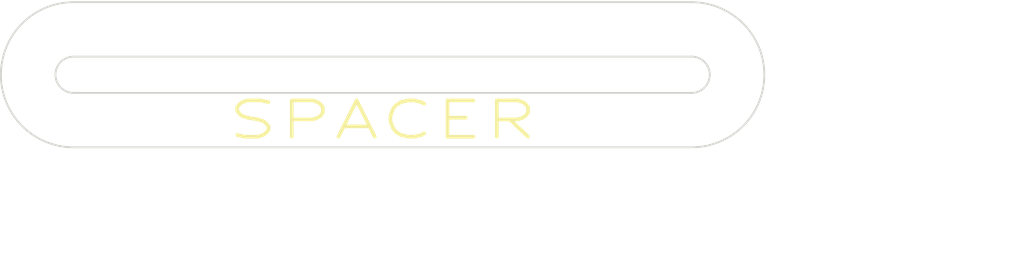
<source format=kicad_pcb>
(kicad_pcb (version 20171130) (host pcbnew 5.1.5-1.fc31)

  (general
    (thickness 1.6)
    (drawings 13)
    (tracks 0)
    (zones 0)
    (modules 0)
    (nets 1)
  )

  (page USLetter)
  (title_block
    (title "NucleoTNC Spacer")
    (date 2020-05-05)
    (rev B)
    (company "Mobilinkd TNC")
    (comment 1 "1.6mm FR4")
  )

  (layers
    (0 F.Cu signal)
    (31 B.Cu signal)
    (32 B.Adhes user)
    (33 F.Adhes user)
    (34 B.Paste user)
    (35 F.Paste user)
    (36 B.SilkS user)
    (37 F.SilkS user)
    (38 B.Mask user)
    (39 F.Mask user)
    (40 Dwgs.User user)
    (41 Cmts.User user)
    (42 Eco1.User user)
    (43 Eco2.User user)
    (44 Edge.Cuts user)
    (45 Margin user)
    (46 B.CrtYd user)
    (47 F.CrtYd user)
    (48 B.Fab user)
    (49 F.Fab user)
  )

  (setup
    (last_trace_width 0.25)
    (trace_clearance 0.2)
    (zone_clearance 0.508)
    (zone_45_only no)
    (trace_min 0.2)
    (via_size 0.8)
    (via_drill 0.4)
    (via_min_size 0.4)
    (via_min_drill 0.3)
    (uvia_size 0.3)
    (uvia_drill 0.1)
    (uvias_allowed no)
    (uvia_min_size 0.2)
    (uvia_min_drill 0.1)
    (edge_width 0.05)
    (segment_width 0.2)
    (pcb_text_width 0.3)
    (pcb_text_size 1.5 1.5)
    (mod_edge_width 0.12)
    (mod_text_size 1 1)
    (mod_text_width 0.15)
    (pad_size 1.524 1.524)
    (pad_drill 0.762)
    (pad_to_mask_clearance 0.051)
    (solder_mask_min_width 0.25)
    (aux_axis_origin 0 0)
    (visible_elements FFFFFF7F)
    (pcbplotparams
      (layerselection 0x010f0_7ffffffe)
      (usegerberextensions false)
      (usegerberattributes false)
      (usegerberadvancedattributes false)
      (creategerberjobfile false)
      (excludeedgelayer true)
      (linewidth 0.100000)
      (plotframeref false)
      (viasonmask false)
      (mode 1)
      (useauxorigin false)
      (hpglpennumber 1)
      (hpglpenspeed 20)
      (hpglpendiameter 15.000000)
      (psnegative false)
      (psa4output false)
      (plotreference true)
      (plotvalue true)
      (plotinvisibletext false)
      (padsonsilk false)
      (subtractmaskfromsilk false)
      (outputformat 1)
      (mirror false)
      (drillshape 0)
      (scaleselection 1)
      (outputdirectory "Gerbers/"))
  )

  (net 0 "")

  (net_class Default "This is the default net class."
    (clearance 0.2)
    (trace_width 0.25)
    (via_dia 0.8)
    (via_drill 0.4)
    (uvia_dia 0.3)
    (uvia_drill 0.1)
  )

  (dimension 18 (width 0.15) (layer Dwgs.User)
    (gr_text "18.000 mm" (at 160.5 92.05) (layer Dwgs.User)
      (effects (font (size 1 1) (thickness 0.15)))
    )
    (feature1 (pts (xy 151.5 86) (xy 151.5 91.336421)))
    (feature2 (pts (xy 169.5 86) (xy 169.5 91.336421)))
    (crossbar (pts (xy 169.5 90.75) (xy 151.5 90.75)))
    (arrow1a (pts (xy 151.5 90.75) (xy 152.626504 90.163579)))
    (arrow1b (pts (xy 151.5 90.75) (xy 152.626504 91.336421)))
    (arrow2a (pts (xy 169.5 90.75) (xy 168.373496 90.163579)))
    (arrow2b (pts (xy 169.5 90.75) (xy 168.373496 91.336421)))
  )
  (gr_arc (start 169 86) (end 169 86.5) (angle -180) (layer Edge.Cuts) (width 0.05))
  (gr_arc (start 152 86) (end 152 85.5) (angle -180) (layer Edge.Cuts) (width 0.05))
  (gr_line (start 152 86.5) (end 169 86.5) (layer Edge.Cuts) (width 0.05) (tstamp 5EB21275))
  (gr_line (start 152 85.5) (end 169 85.5) (layer Edge.Cuts) (width 0.05))
  (dimension 4 (width 0.12) (layer Dwgs.User) (tstamp 5EB211EA)
    (gr_text "4.000 mm" (at 176.77 86 270) (layer Dwgs.User) (tstamp 5EB2120B)
      (effects (font (size 1 1) (thickness 0.15)))
    )
    (feature1 (pts (xy 165.75 88) (xy 176.086421 88)))
    (feature2 (pts (xy 165.75 84) (xy 176.086421 84)))
    (crossbar (pts (xy 175.5 84) (xy 175.5 88)))
    (arrow1a (pts (xy 175.5 88) (xy 174.913579 86.873496)))
    (arrow1b (pts (xy 175.5 88) (xy 176.086421 86.873496)))
    (arrow2a (pts (xy 175.5 84) (xy 174.913579 85.126504)))
    (arrow2b (pts (xy 175.5 84) (xy 176.086421 85.126504)))
  )
  (gr_text SPACER (at 160.5 87.25) (layer F.SilkS)
    (effects (font (size 1 1.5) (thickness 0.1)))
  )
  (gr_arc (start 169 86) (end 169 88) (angle -90) (layer Edge.Cuts) (width 0.05) (tstamp 5EB211E6))
  (gr_arc (start 152 86) (end 150 86) (angle -90) (layer Edge.Cuts) (width 0.05) (tstamp 5EB211E0))
  (gr_arc (start 169 86) (end 171 86) (angle -90) (layer Edge.Cuts) (width 0.05) (tstamp 5EB211EF))
  (gr_arc (start 152 86) (end 152 84) (angle -90) (layer Edge.Cuts) (width 0.05) (tstamp 5EB211F2))
  (gr_line (start 152 88) (end 169 88) (layer Edge.Cuts) (width 0.05) (tstamp 5EB211F5))
  (gr_line (start 152 84) (end 169 84) (layer Edge.Cuts) (width 0.05) (tstamp 5EB211E3))

)

</source>
